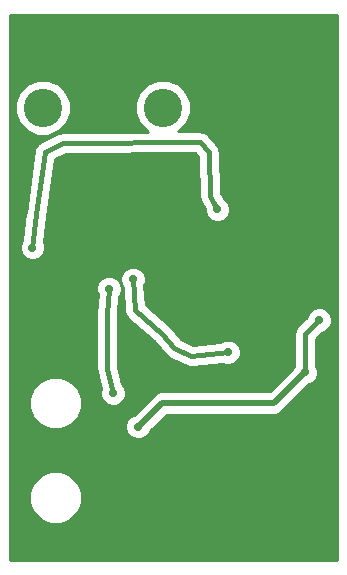
<source format=gbl>
G04 (created by PCBNEW (2013-08-24 BZR 4298)-stable) date Wed 06 Aug 2014 08:08:47 PM PDT*
%MOIN*%
G04 Gerber Fmt 3.4, Leading zero omitted, Abs format*
%FSLAX34Y34*%
G01*
G70*
G90*
G04 APERTURE LIST*
%ADD10C,0.005906*%
%ADD11C,0.127953*%
%ADD12C,0.019685*%
%ADD13R,0.082677X0.082677*%
%ADD14C,0.027559*%
%ADD15C,0.015748*%
%ADD16C,0.019685*%
%ADD17C,0.010000*%
G04 APERTURE END LIST*
G54D10*
G54D11*
X14486Y-12352D03*
X18486Y-12352D03*
G54D12*
X21013Y-18257D03*
X21240Y-18031D03*
X20787Y-18031D03*
X21240Y-18484D03*
X20787Y-18484D03*
G54D13*
X21013Y-18257D03*
G54D14*
X17494Y-18076D03*
X20659Y-20501D03*
X15305Y-26919D03*
X22214Y-17155D03*
X20816Y-14714D03*
X18257Y-16879D03*
X18832Y-18608D03*
X20629Y-21210D03*
X16832Y-21868D03*
X16694Y-18379D03*
X14143Y-17013D03*
X20305Y-15738D03*
X17667Y-22982D03*
X23700Y-19429D03*
X23228Y-21171D03*
G54D15*
X18462Y-19879D02*
X18462Y-19879D01*
X17564Y-19100D02*
X18462Y-19879D01*
X17494Y-18076D02*
X17564Y-19100D01*
X18458Y-19878D02*
X18462Y-19879D01*
X18462Y-19879D02*
X18868Y-20360D01*
X19438Y-20639D02*
X20659Y-20501D01*
X18868Y-20360D02*
X19438Y-20639D01*
X18458Y-19878D02*
X18468Y-19879D01*
X18257Y-16879D02*
X18273Y-16895D01*
X16832Y-21868D02*
X16635Y-21049D01*
X16635Y-19218D02*
X16635Y-21049D01*
X16694Y-18379D02*
X16635Y-19218D01*
X15159Y-13525D02*
X19722Y-13501D01*
X14561Y-13824D02*
X15159Y-13525D01*
X14273Y-15895D02*
X14561Y-13824D01*
X14143Y-17013D02*
X14273Y-15895D01*
X20305Y-15738D02*
X20068Y-15305D01*
X20068Y-15305D02*
X20021Y-13832D01*
X20021Y-13832D02*
X19722Y-13501D01*
G54D16*
X22204Y-22194D02*
X23228Y-21171D01*
X18454Y-22194D02*
X22204Y-22194D01*
X17667Y-22982D02*
X18454Y-22194D01*
G54D15*
X23228Y-21171D02*
X23228Y-19901D01*
X23228Y-19901D02*
X23700Y-19429D01*
G54D10*
G36*
X24310Y-9252D02*
X24310Y-11426D01*
X18302Y-11426D01*
X14302Y-11426D01*
X13962Y-11566D01*
X13701Y-11827D01*
X13560Y-12167D01*
X13560Y-12535D01*
X13700Y-12876D01*
X13961Y-13136D01*
X14301Y-13278D01*
X14669Y-13278D01*
X15010Y-13137D01*
X15270Y-12877D01*
X15412Y-12537D01*
X15412Y-12168D01*
X15271Y-11828D01*
X15011Y-11567D01*
X14671Y-11426D01*
X14302Y-11426D01*
X18302Y-11426D01*
X17962Y-11566D01*
X17701Y-11827D01*
X17560Y-12167D01*
X17560Y-12535D01*
X17700Y-12876D01*
X17961Y-13136D01*
X17982Y-13145D01*
X15157Y-13160D01*
X15146Y-13162D01*
X15133Y-13161D01*
X15070Y-13178D01*
X15018Y-13189D01*
X15008Y-13195D01*
X14995Y-13198D01*
X14397Y-13498D01*
X14371Y-13519D01*
X14340Y-13533D01*
X14315Y-13562D01*
X14285Y-13585D01*
X14268Y-13614D01*
X14246Y-13640D01*
X14233Y-13676D01*
X14214Y-13709D01*
X14210Y-13742D01*
X14199Y-13774D01*
X13912Y-15845D01*
X13912Y-15848D01*
X13910Y-15853D01*
X13806Y-16751D01*
X13784Y-16773D01*
X13719Y-16929D01*
X13719Y-17097D01*
X13784Y-17253D01*
X13903Y-17373D01*
X14058Y-17437D01*
X14227Y-17437D01*
X14383Y-17373D01*
X14502Y-17254D01*
X14567Y-17098D01*
X14567Y-16929D01*
X14531Y-16840D01*
X14634Y-15947D01*
X14635Y-15945D01*
X14896Y-14065D01*
X15245Y-13890D01*
X19561Y-13867D01*
X19662Y-13979D01*
X19704Y-15316D01*
X19707Y-15330D01*
X19706Y-15343D01*
X19722Y-15397D01*
X19736Y-15455D01*
X19744Y-15466D01*
X19748Y-15479D01*
X19881Y-15722D01*
X19881Y-15822D01*
X19945Y-15978D01*
X20064Y-16097D01*
X20220Y-16162D01*
X20389Y-16162D01*
X20544Y-16097D01*
X20664Y-15978D01*
X20729Y-15822D01*
X20729Y-15654D01*
X20664Y-15498D01*
X20545Y-15378D01*
X20518Y-15367D01*
X20430Y-15206D01*
X20387Y-13821D01*
X20371Y-13754D01*
X20365Y-13710D01*
X20359Y-13699D01*
X20355Y-13682D01*
X20316Y-13628D01*
X20292Y-13587D01*
X19993Y-13257D01*
X19984Y-13250D01*
X19979Y-13242D01*
X19929Y-13209D01*
X19879Y-13172D01*
X19869Y-13169D01*
X19860Y-13163D01*
X19799Y-13152D01*
X19741Y-13137D01*
X19730Y-13138D01*
X19720Y-13136D01*
X19003Y-13140D01*
X19010Y-13137D01*
X19270Y-12877D01*
X19412Y-12537D01*
X19412Y-12168D01*
X19271Y-11828D01*
X19011Y-11567D01*
X18671Y-11426D01*
X18302Y-11426D01*
X24310Y-11426D01*
X24310Y-17652D01*
X17410Y-17652D01*
X17254Y-17717D01*
X17134Y-17836D01*
X17085Y-17955D01*
X16610Y-17955D01*
X16455Y-18020D01*
X16335Y-18139D01*
X16270Y-18295D01*
X16270Y-18463D01*
X16315Y-18571D01*
X16271Y-19193D01*
X16273Y-19205D01*
X16270Y-19218D01*
X16270Y-21049D01*
X16279Y-21092D01*
X16281Y-21134D01*
X16325Y-21317D01*
X14737Y-21317D01*
X14415Y-21451D01*
X14168Y-21697D01*
X14034Y-22019D01*
X14034Y-22368D01*
X14167Y-22690D01*
X14414Y-22937D01*
X14736Y-23071D01*
X15085Y-23071D01*
X15407Y-22938D01*
X15654Y-22692D01*
X15788Y-22370D01*
X15788Y-22021D01*
X15655Y-21698D01*
X15408Y-21452D01*
X15086Y-21318D01*
X14737Y-21317D01*
X16325Y-21317D01*
X16426Y-21740D01*
X16408Y-21783D01*
X16408Y-21952D01*
X16473Y-22107D01*
X16592Y-22227D01*
X16747Y-22292D01*
X16916Y-22292D01*
X17072Y-22227D01*
X17191Y-22108D01*
X17256Y-21952D01*
X17256Y-21784D01*
X17192Y-21628D01*
X17137Y-21572D01*
X17000Y-21004D01*
X17000Y-19231D01*
X17042Y-18631D01*
X17054Y-18620D01*
X17118Y-18464D01*
X17118Y-18295D01*
X17054Y-18140D01*
X16935Y-18020D01*
X16779Y-17955D01*
X16610Y-17955D01*
X17085Y-17955D01*
X17070Y-17992D01*
X17070Y-18160D01*
X17134Y-18316D01*
X17145Y-18327D01*
X17200Y-19125D01*
X17238Y-19263D01*
X17325Y-19375D01*
X17328Y-19377D01*
X18200Y-20135D01*
X18589Y-20595D01*
X18592Y-20598D01*
X18594Y-20601D01*
X18643Y-20638D01*
X18700Y-20684D01*
X18704Y-20685D01*
X18707Y-20687D01*
X19278Y-20967D01*
X19309Y-20975D01*
X19337Y-20990D01*
X19377Y-20993D01*
X19416Y-21004D01*
X19447Y-20999D01*
X19479Y-21002D01*
X20486Y-20889D01*
X20574Y-20925D01*
X20743Y-20926D01*
X20899Y-20861D01*
X21018Y-20742D01*
X21083Y-20586D01*
X21083Y-20417D01*
X21019Y-20262D01*
X20899Y-20142D01*
X20744Y-20078D01*
X20575Y-20077D01*
X20419Y-20142D01*
X20396Y-20165D01*
X19504Y-20265D01*
X19097Y-20065D01*
X18751Y-19657D01*
X18736Y-19631D01*
X18706Y-19609D01*
X18702Y-19604D01*
X17918Y-18923D01*
X17872Y-18270D01*
X17918Y-18161D01*
X17918Y-17992D01*
X17853Y-17836D01*
X17734Y-17717D01*
X17578Y-17652D01*
X17410Y-17652D01*
X24310Y-17652D01*
X24310Y-19005D01*
X23616Y-19005D01*
X23460Y-19069D01*
X23341Y-19188D01*
X23282Y-19331D01*
X22970Y-19643D01*
X22891Y-19761D01*
X22863Y-19901D01*
X22863Y-20944D01*
X22829Y-21026D01*
X22045Y-21810D01*
X18454Y-21810D01*
X18307Y-21839D01*
X18307Y-21839D01*
X18182Y-21922D01*
X17522Y-22583D01*
X17427Y-22622D01*
X17308Y-22741D01*
X17243Y-22897D01*
X17243Y-23066D01*
X17307Y-23222D01*
X17426Y-23341D01*
X17582Y-23406D01*
X17751Y-23406D01*
X17907Y-23341D01*
X18026Y-23222D01*
X18066Y-23127D01*
X18614Y-22579D01*
X22204Y-22579D01*
X22351Y-22550D01*
X22476Y-22466D01*
X23373Y-21570D01*
X23468Y-21530D01*
X23587Y-21411D01*
X23652Y-21255D01*
X23652Y-21087D01*
X23593Y-20944D01*
X23593Y-20052D01*
X23798Y-19847D01*
X23940Y-19788D01*
X24060Y-19669D01*
X24124Y-19513D01*
X24124Y-19345D01*
X24060Y-19189D01*
X23941Y-19069D01*
X23785Y-19005D01*
X23616Y-19005D01*
X24310Y-19005D01*
X24310Y-24467D01*
X14737Y-24467D01*
X14415Y-24600D01*
X14168Y-24847D01*
X14034Y-25169D01*
X14034Y-25518D01*
X14167Y-25840D01*
X14414Y-26087D01*
X14736Y-26221D01*
X15085Y-26221D01*
X15407Y-26088D01*
X15654Y-25841D01*
X15788Y-25519D01*
X15788Y-25170D01*
X15655Y-24848D01*
X15408Y-24601D01*
X15086Y-24467D01*
X14737Y-24467D01*
X24310Y-24467D01*
X24310Y-27420D01*
X13386Y-27420D01*
X13386Y-9252D01*
X24310Y-9252D01*
X24310Y-9252D01*
G37*
G54D17*
X24310Y-9252D02*
X24310Y-11426D01*
X18302Y-11426D01*
X14302Y-11426D01*
X13962Y-11566D01*
X13701Y-11827D01*
X13560Y-12167D01*
X13560Y-12535D01*
X13700Y-12876D01*
X13961Y-13136D01*
X14301Y-13278D01*
X14669Y-13278D01*
X15010Y-13137D01*
X15270Y-12877D01*
X15412Y-12537D01*
X15412Y-12168D01*
X15271Y-11828D01*
X15011Y-11567D01*
X14671Y-11426D01*
X14302Y-11426D01*
X18302Y-11426D01*
X17962Y-11566D01*
X17701Y-11827D01*
X17560Y-12167D01*
X17560Y-12535D01*
X17700Y-12876D01*
X17961Y-13136D01*
X17982Y-13145D01*
X15157Y-13160D01*
X15146Y-13162D01*
X15133Y-13161D01*
X15070Y-13178D01*
X15018Y-13189D01*
X15008Y-13195D01*
X14995Y-13198D01*
X14397Y-13498D01*
X14371Y-13519D01*
X14340Y-13533D01*
X14315Y-13562D01*
X14285Y-13585D01*
X14268Y-13614D01*
X14246Y-13640D01*
X14233Y-13676D01*
X14214Y-13709D01*
X14210Y-13742D01*
X14199Y-13774D01*
X13912Y-15845D01*
X13912Y-15848D01*
X13910Y-15853D01*
X13806Y-16751D01*
X13784Y-16773D01*
X13719Y-16929D01*
X13719Y-17097D01*
X13784Y-17253D01*
X13903Y-17373D01*
X14058Y-17437D01*
X14227Y-17437D01*
X14383Y-17373D01*
X14502Y-17254D01*
X14567Y-17098D01*
X14567Y-16929D01*
X14531Y-16840D01*
X14634Y-15947D01*
X14635Y-15945D01*
X14896Y-14065D01*
X15245Y-13890D01*
X19561Y-13867D01*
X19662Y-13979D01*
X19704Y-15316D01*
X19707Y-15330D01*
X19706Y-15343D01*
X19722Y-15397D01*
X19736Y-15455D01*
X19744Y-15466D01*
X19748Y-15479D01*
X19881Y-15722D01*
X19881Y-15822D01*
X19945Y-15978D01*
X20064Y-16097D01*
X20220Y-16162D01*
X20389Y-16162D01*
X20544Y-16097D01*
X20664Y-15978D01*
X20729Y-15822D01*
X20729Y-15654D01*
X20664Y-15498D01*
X20545Y-15378D01*
X20518Y-15367D01*
X20430Y-15206D01*
X20387Y-13821D01*
X20371Y-13754D01*
X20365Y-13710D01*
X20359Y-13699D01*
X20355Y-13682D01*
X20316Y-13628D01*
X20292Y-13587D01*
X19993Y-13257D01*
X19984Y-13250D01*
X19979Y-13242D01*
X19929Y-13209D01*
X19879Y-13172D01*
X19869Y-13169D01*
X19860Y-13163D01*
X19799Y-13152D01*
X19741Y-13137D01*
X19730Y-13138D01*
X19720Y-13136D01*
X19003Y-13140D01*
X19010Y-13137D01*
X19270Y-12877D01*
X19412Y-12537D01*
X19412Y-12168D01*
X19271Y-11828D01*
X19011Y-11567D01*
X18671Y-11426D01*
X18302Y-11426D01*
X24310Y-11426D01*
X24310Y-17652D01*
X17410Y-17652D01*
X17254Y-17717D01*
X17134Y-17836D01*
X17085Y-17955D01*
X16610Y-17955D01*
X16455Y-18020D01*
X16335Y-18139D01*
X16270Y-18295D01*
X16270Y-18463D01*
X16315Y-18571D01*
X16271Y-19193D01*
X16273Y-19205D01*
X16270Y-19218D01*
X16270Y-21049D01*
X16279Y-21092D01*
X16281Y-21134D01*
X16325Y-21317D01*
X14737Y-21317D01*
X14415Y-21451D01*
X14168Y-21697D01*
X14034Y-22019D01*
X14034Y-22368D01*
X14167Y-22690D01*
X14414Y-22937D01*
X14736Y-23071D01*
X15085Y-23071D01*
X15407Y-22938D01*
X15654Y-22692D01*
X15788Y-22370D01*
X15788Y-22021D01*
X15655Y-21698D01*
X15408Y-21452D01*
X15086Y-21318D01*
X14737Y-21317D01*
X16325Y-21317D01*
X16426Y-21740D01*
X16408Y-21783D01*
X16408Y-21952D01*
X16473Y-22107D01*
X16592Y-22227D01*
X16747Y-22292D01*
X16916Y-22292D01*
X17072Y-22227D01*
X17191Y-22108D01*
X17256Y-21952D01*
X17256Y-21784D01*
X17192Y-21628D01*
X17137Y-21572D01*
X17000Y-21004D01*
X17000Y-19231D01*
X17042Y-18631D01*
X17054Y-18620D01*
X17118Y-18464D01*
X17118Y-18295D01*
X17054Y-18140D01*
X16935Y-18020D01*
X16779Y-17955D01*
X16610Y-17955D01*
X17085Y-17955D01*
X17070Y-17992D01*
X17070Y-18160D01*
X17134Y-18316D01*
X17145Y-18327D01*
X17200Y-19125D01*
X17238Y-19263D01*
X17325Y-19375D01*
X17328Y-19377D01*
X18200Y-20135D01*
X18589Y-20595D01*
X18592Y-20598D01*
X18594Y-20601D01*
X18643Y-20638D01*
X18700Y-20684D01*
X18704Y-20685D01*
X18707Y-20687D01*
X19278Y-20967D01*
X19309Y-20975D01*
X19337Y-20990D01*
X19377Y-20993D01*
X19416Y-21004D01*
X19447Y-20999D01*
X19479Y-21002D01*
X20486Y-20889D01*
X20574Y-20925D01*
X20743Y-20926D01*
X20899Y-20861D01*
X21018Y-20742D01*
X21083Y-20586D01*
X21083Y-20417D01*
X21019Y-20262D01*
X20899Y-20142D01*
X20744Y-20078D01*
X20575Y-20077D01*
X20419Y-20142D01*
X20396Y-20165D01*
X19504Y-20265D01*
X19097Y-20065D01*
X18751Y-19657D01*
X18736Y-19631D01*
X18706Y-19609D01*
X18702Y-19604D01*
X17918Y-18923D01*
X17872Y-18270D01*
X17918Y-18161D01*
X17918Y-17992D01*
X17853Y-17836D01*
X17734Y-17717D01*
X17578Y-17652D01*
X17410Y-17652D01*
X24310Y-17652D01*
X24310Y-19005D01*
X23616Y-19005D01*
X23460Y-19069D01*
X23341Y-19188D01*
X23282Y-19331D01*
X22970Y-19643D01*
X22891Y-19761D01*
X22863Y-19901D01*
X22863Y-20944D01*
X22829Y-21026D01*
X22045Y-21810D01*
X18454Y-21810D01*
X18307Y-21839D01*
X18307Y-21839D01*
X18182Y-21922D01*
X17522Y-22583D01*
X17427Y-22622D01*
X17308Y-22741D01*
X17243Y-22897D01*
X17243Y-23066D01*
X17307Y-23222D01*
X17426Y-23341D01*
X17582Y-23406D01*
X17751Y-23406D01*
X17907Y-23341D01*
X18026Y-23222D01*
X18066Y-23127D01*
X18614Y-22579D01*
X22204Y-22579D01*
X22351Y-22550D01*
X22476Y-22466D01*
X23373Y-21570D01*
X23468Y-21530D01*
X23587Y-21411D01*
X23652Y-21255D01*
X23652Y-21087D01*
X23593Y-20944D01*
X23593Y-20052D01*
X23798Y-19847D01*
X23940Y-19788D01*
X24060Y-19669D01*
X24124Y-19513D01*
X24124Y-19345D01*
X24060Y-19189D01*
X23941Y-19069D01*
X23785Y-19005D01*
X23616Y-19005D01*
X24310Y-19005D01*
X24310Y-24467D01*
X14737Y-24467D01*
X14415Y-24600D01*
X14168Y-24847D01*
X14034Y-25169D01*
X14034Y-25518D01*
X14167Y-25840D01*
X14414Y-26087D01*
X14736Y-26221D01*
X15085Y-26221D01*
X15407Y-26088D01*
X15654Y-25841D01*
X15788Y-25519D01*
X15788Y-25170D01*
X15655Y-24848D01*
X15408Y-24601D01*
X15086Y-24467D01*
X14737Y-24467D01*
X24310Y-24467D01*
X24310Y-27420D01*
X13386Y-27420D01*
X13386Y-9252D01*
X24310Y-9252D01*
M02*

</source>
